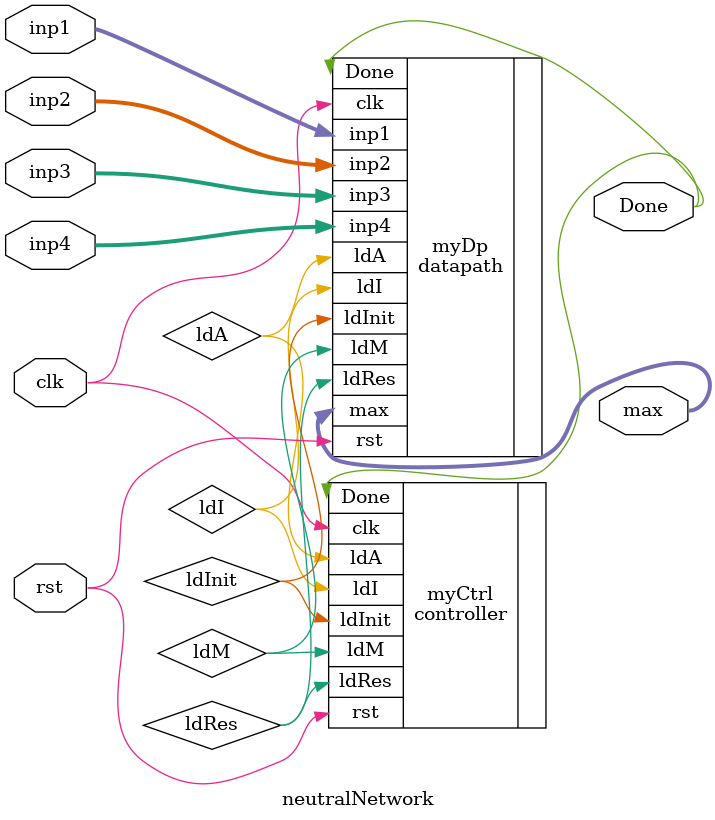
<source format=v>

module neutralNetwork(clk, rst, inp1, inp2, inp3, inp4, max, Done);

    input clk, rst;
    input [31:0] inp1, inp2, inp3, inp4;

    output [31:0] max;
        output Done;
    wire ldI, ldInit, ldM, ldRes, ldA;
    
    datapath myDp(.rst(rst), .clk(clk), .inp1(inp1), .inp2(inp2), .inp3(inp3), .inp4(inp4), .ldI(ldI), .ldA(ldA), .ldInit(ldInit), .ldM(ldM), .ldRes(ldRes), .max(max), .Done(Done));
    controller myCtrl(.rst(rst), .clk(clk), .ldI(ldI), .ldInit(ldInit), .ldM(ldM), .ldRes(ldRes), .ldA(ldA), .Done(Done));

endmodule
</source>
